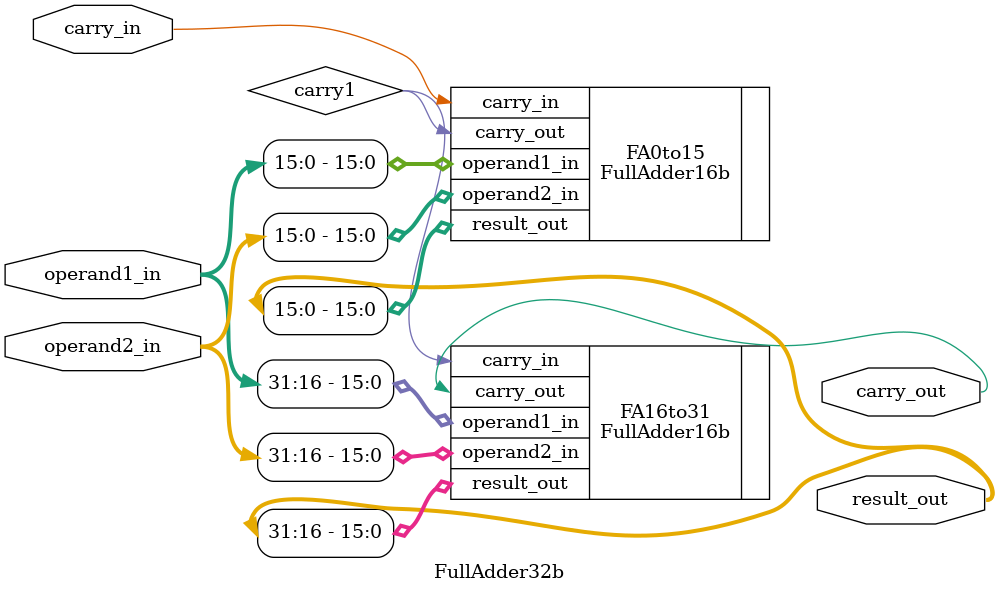
<source format=sv>
/*
Description:
32 bit Full Adder

I/O:
Inputs: operand1(32-bit), operand2(32-bit), carry_in (1-bit)
Outputs: result_out (32-bit), carry_out (1-bit)

Internal Functions:
Ripple carry adder of two 32-bit values using 16-bit full adders
*/

module FullAdder32b(
   input logic [31:0] operand1_in,
   input logic [31:0] operand2_in,
   input logic carry_in,
   output logic [31:0] result_out,
   output logic carry_out
);

logic carry1; // intermediate carry 

FullAdder16b FA0to15 (.operand1_in(operand1_in[15:0]), .operand2_in(operand2_in[15:0]), 
                 .carry_in(carry_in), .result_out(result_out[15:0]), .carry_out(carry1));
FullAdder16b FA16to31 (.operand1_in(operand1_in[31:16]), .operand2_in(operand2_in[31:16]), 
                 .carry_in(carry1), .result_out(result_out[31:16]), .carry_out(carry_out));

endmodule


</source>
